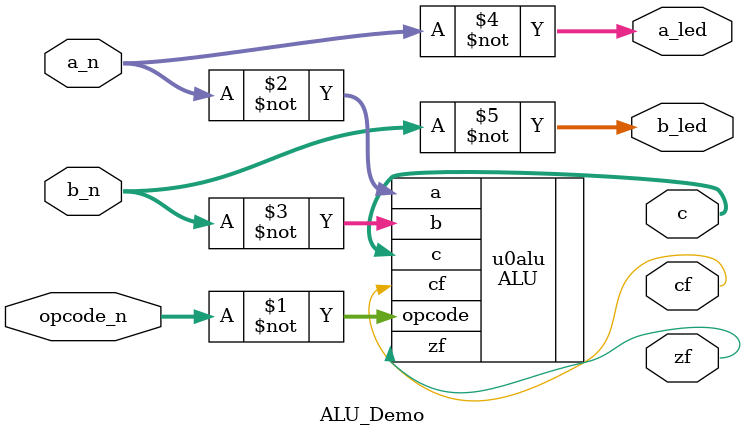
<source format=v>
`include "alu.v"

module ALU_Demo( 
	input wire [3:0] 	opcode_n	/* synthesis loc="P10,P9,P8,P7" 	*/,
	input wire [3:0] 	a_n			/* synthesis loc="P24,P26,P27,P28" 	*/,
	input wire [3:0] 	b_n			/* synthesis loc="P20,P21,P22,P23"	*/,
	output wire [3:0] 	c			/* synthesis loc="P34,P33,P32,P31"	*/,
	output wire 		zf			/* synthesis loc="P38"				*/,
	output wire			cf			/* synthesis loc="P39"				*/,
	output wire	[3:0]	a_led		/* synthesis loc="P48,P47,P46,P45"	*/,
	output wire	[3:0]	b_led		/* synthesis loc="P4,P3,P2,P40"		*/
);

	ALU u0alu (
		.opcode(~opcode_n),
		.a(~a_n),
		.b(~b_n),
		.c(c),
		.zf(zf),
		.cf(cf)
	);

	assign a_led = ~a_n;
	assign b_led = ~b_n;
	
endmodule


</source>
